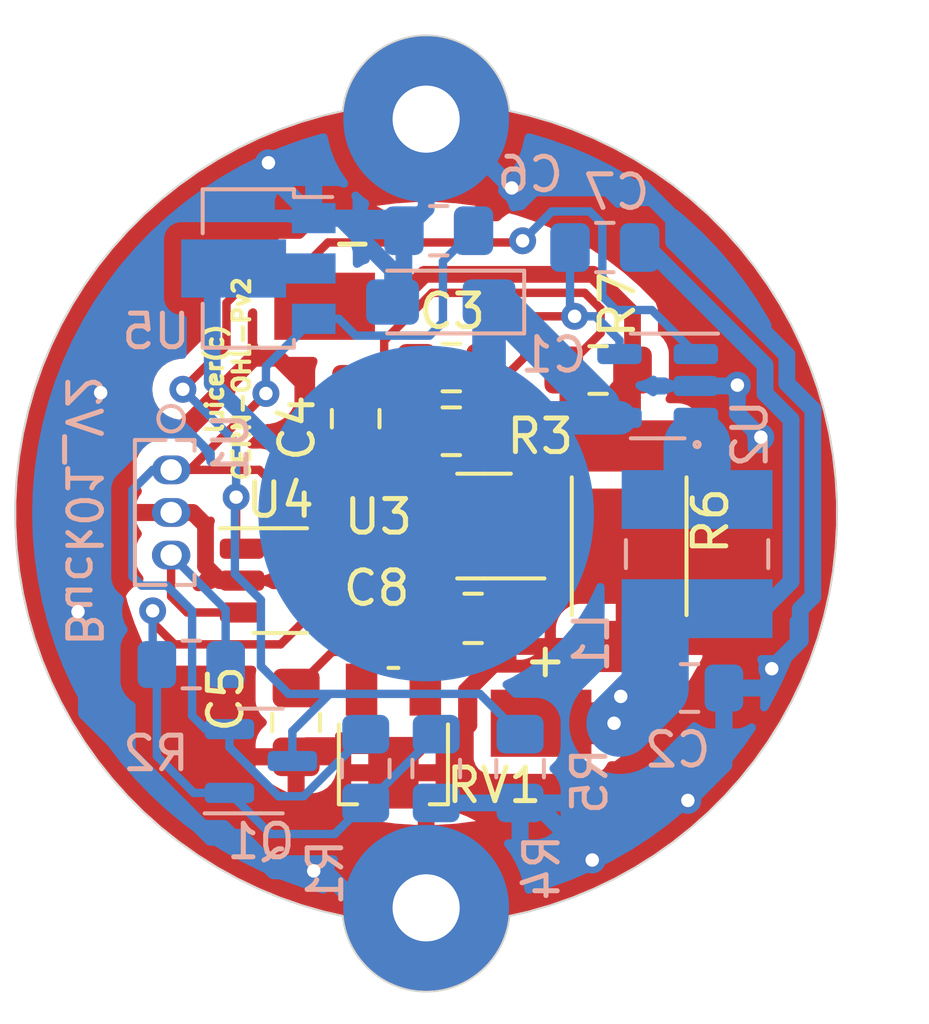
<source format=kicad_pcb>
(kicad_pcb (version 20211014) (generator pcbnew)
  (layers (0 "F.Cu" signal) (31 "B.Cu" signal) (34 "B.Paste" user) (35 "F.Paste" user) (36 "B.SilkS" user "B.Silkscreen") (37 "F.SilkS" user "F.Silkscreen") (38 "B.Mask" user) (39 "F.Mask" user) (44 "Edge.Cuts" user))
  (net 0 "")
  (net 1 "GND")
  (net 2 "+BATT")
  (net 3 "Net-(C3-Pad2)")
  (net 4 "Net-(C3-Pad1)")
  (net 5 "Net-(Q1-Pad1)")
  (net 6 "+3V0")
  (net 7 "Net-(L1-Pad1)")
  (net 8 "/EN")
  (net 9 "Net-(R2-Pad2)")
  (net 11 "Net-(+1-Pad1)")
  (net 12 "Net-(-1-Pad1)")
  (net 13 "Net-(C4-Pad1)")
  (footprint "Capacitor_SMD:C_0805_2012Metric_Pad1.15x1.40mm_HandSolder" (layer "F.Cu") (at 150.75 95.65)
    (fp_text reference "C3" (at 0.025 -1.675) (layer "F.SilkS"))
    (fp_text value "1n")
    (fp_line (start -0.261252 -0.71) (end 0.261252 -0.71) (layer "F.SilkS") (width 0.12))
    (fp_line (start -0.261252 0.71) (end 0.261252 0.71) (layer "F.SilkS") (width 0.12))
    (pad "1" smd roundrect locked (at -1.025 0) (size 1.15 1.4) (layers "F.Cu" "F.Paste" "F.Mask") (roundrect_rratio 0.2173913043) (net 4 "Net-(C3-Pad1)"))
    (pad "2" smd roundrect locked (at 1.025 0) (size 1.15 1.4) (layers "F.Cu" "F.Paste" "F.Mask") (roundrect_rratio 0.2173913043) (net 3 "Net-(C3-Pad2)"))
  )
  (footprint "Linterna_MT340L:TC33X-2-103E" (layer "F.Cu") (at 149.025 106.6328 180)
    (fp_text reference "RV1" (at -3 -1.4672) (layer "F.SilkS"))
    (fp_text value "10K" hide)
    (fp_line (start 1.6256 -2.032) (end 1.6256 0.34806) (layer "F.SilkS") (width 0.12))
    (fp_line (start 1.6256 -2.032) (end 1.08204 -2.032) (layer "F.SilkS") (width 0.12))
    (fp_line (start -1.6256 -2.032) (end -1.6256 0.34806) (layer "F.SilkS") (width 0.12))
    (fp_line (start -0.14736 2.032) (end 0.14736 2.032) (layer "F.SilkS") (width 0.12))
    (fp_line (start -1.08204 -2.032) (end -1.6256 -2.032) (layer "F.SilkS") (width 0.12))
    (pad "1" smd rect (at -0.95 1.3843 180) (size 0.9398 1.5494) (layers "F.Cu" "F.Paste" "F.Mask") (net 4 "Net-(C3-Pad1)"))
    (pad "2" smd rect (at 0 -1.0922 180) (size 1.4986 2.1336) (layers "F.Cu" "F.Paste" "F.Mask") (net 1 "GND"))
    (pad "3" smd rect (at 0.95 1.3843 180) (size 0.9398 1.5494) (layers "F.Cu" "F.Paste" "F.Mask"))
  )
  (footprint "Resistor_SMD:R_2512_6332Metric_Pad1.52x3.35mm_HandSolder" (layer "F.Cu") (at 156.05 100.975 -90)
    (fp_text reference "R6" (at -0.75 -2.425 90) (layer "F.SilkS"))
    (fp_text value "0.01")
    (fp_line (start -2.052064 1.71) (end 2.052064 1.71) (layer "F.SilkS") (width 0.12))
    (fp_line (start -2.052064 -1.71) (end 2.052064 -1.71) (layer "F.SilkS") (width 0.12))
    (pad "1" smd roundrect (at -2.9875 0 270) (size 1.525 3.35) (layers "F.Cu" "F.Paste" "F.Mask") (roundrect_rratio 0.1639337705) (net 12 "Net-(-1-Pad1)"))
    (pad "2" smd roundrect (at 2.9875 0 270) (size 1.525 3.35) (layers "F.Cu" "F.Paste" "F.Mask") (roundrect_rratio 0.1639337705) (net 1 "GND"))
  )
  (footprint "Linterna_MT340L:Solder_Pad3_3" (layer "F.Cu") (at 146.975 93.825 90)
    (fp_text reference "-1" hide)
    (fp_text value "-" (at 1.925 0.825) (layer "F.SilkS"))
    (pad "1" smd rect locked (at 0 0 90) (size 2 3) (layers "F.Cu" "F.Paste" "F.Mask") (net 12 "Net-(-1-Pad1)"))
  )
  (footprint "Resistor_SMD:R_0805_2012Metric_Pad1.15x1.40mm_HandSolder" (layer "F.Cu") (at 150.75 97.55)
    (fp_text reference "R3" (at 2.65 0.15) (layer "F.SilkS"))
    (fp_text value "200K")
    (fp_line (start -0.261252 0.71) (end 0.261252 0.71) (layer "F.SilkS") (width 0.12))
    (fp_line (start -0.261252 -0.71) (end 0.261252 -0.71) (layer "F.SilkS") (width 0.12))
    (pad "1" smd roundrect locked (at -1.025 0) (size 1.15 1.4) (layers "F.Cu" "F.Paste" "F.Mask") (roundrect_rratio 0.2173913043) (net 4 "Net-(C3-Pad1)"))
    (pad "2" smd roundrect locked (at 1.025 0) (size 1.15 1.4) (layers "F.Cu" "F.Paste" "F.Mask") (roundrect_rratio 0.2173913043) (net 3 "Net-(C3-Pad2)"))
  )
  (footprint "Resistor_SMD:R_0805_2012Metric_Pad1.15x1.40mm_HandSolder" (layer "F.Cu") (at 155.125 95.725 180)
    (fp_text reference "R7" (at -0.575 1.95 90) (layer "F.SilkS"))
    (fp_text value "0")
    (fp_line (start -0.261252 0.71) (end 0.261252 0.71) (layer "F.SilkS") (width 0.12))
    (fp_line (start -0.261252 -0.71) (end 0.261252 -0.71) (layer "F.SilkS") (width 0.12))
    (pad "1" smd roundrect locked (at -1.025 0 180) (size 1.15 1.4) (layers "F.Cu" "F.Paste" "F.Mask") (roundrect_rratio 0.2173913043) (net 12 "Net-(-1-Pad1)"))
    (pad "2" smd roundrect locked (at 1.025 0 180) (size 1.15 1.4) (layers "F.Cu" "F.Paste" "F.Mask") (roundrect_rratio 0.2173913043) (net 13 "Net-(C4-Pad1)"))
  )
  (footprint "Package_TO_SOT_SMD:SOT-23-5" (layer "F.Cu") (at 151.725 100.375 180)
    (fp_text reference "U3" (at 3.15 0.275) (layer "F.SilkS"))
    (fp_text value "SGM8551XN")
    (fp_line (start 0 1.56) (end -0.8 1.56) (layer "F.SilkS") (width 0.12))
    (fp_line (start 0 -1.56) (end 0.8 -1.56) (layer "F.SilkS") (width 0.12))
    (fp_line (start 0 -1.56) (end -1.8 -1.56) (layer "F.SilkS") (width 0.12))
    (fp_line (start 0 1.56) (end 0.8 1.56) (layer "F.SilkS") (width 0.12))
    (pad "1" smd roundrect (at -1.1375 -0.95 180) (size 1.325 0.6) (layers "F.Cu" "F.Paste" "F.Mask") (net 3 "Net-(C3-Pad2)"))
    (pad "2" smd roundrect (at -1.1375 0 180) (size 1.325 0.6) (layers "F.Cu" "F.Paste" "F.Mask") (net 1 "GND"))
    (pad "3" smd roundrect (at -1.1375 0.95 180) (size 1.325 0.6) (layers "F.Cu" "F.Paste" "F.Mask") (net 13 "Net-(C4-Pad1)"))
    (pad "4" smd roundrect (at 1.1375 0.95 180) (size 1.325 0.6) (layers "F.Cu" "F.Paste" "F.Mask") (net 4 "Net-(C3-Pad1)"))
    (pad "5" smd roundrect (at 1.1375 -0.95 180) (size 1.325 0.6) (layers "F.Cu" "F.Paste" "F.Mask") (net 6 "+3V0"))
  )
  (footprint "Linterna_MT340L:Solder_Pad3_3" (layer "F.Cu") (at 153.425 106.25 90)
    (fp_text reference "+1" hide)
    (fp_text value "+" (at 1.9 0.125 180) (layer "F.SilkS"))
    (pad "1" smd rect locked (at 0 0 90) (size 2 3) (layers "F.Cu" "F.Paste" "F.Mask") (net 11 "Net-(+1-Pad1)"))
  )
  (footprint "Capacitor_SMD:C_0805_2012Metric_Pad1.15x1.40mm_HandSolder" (layer "F.Cu") (at 147.9 97.175 -90)
    (fp_text reference "C4" (at 0.275 1.75 90) (layer "F.SilkS"))
    (fp_text value "nc")
    (fp_line (start -0.261252 0.71) (end 0.261252 0.71) (layer "F.SilkS") (width 0.12))
    (fp_line (start -0.261252 -0.71) (end 0.261252 -0.71) (layer "F.SilkS") (width 0.12))
    (pad "1" smd roundrect locked (at -1.025 0 270) (size 1.15 1.4) (layers "F.Cu" "F.Paste" "F.Mask") (roundrect_rratio 0.2173913043) (net 13 "Net-(C4-Pad1)"))
    (pad "2" smd roundrect locked (at 1.025 0 270) (size 1.15 1.4) (layers "F.Cu" "F.Paste" "F.Mask") (roundrect_rratio 0.2173913043) (net 1 "GND"))
  )
  (footprint "Capacitor_SMD:C_0805_2012Metric_Pad1.15x1.40mm_HandSolder" (layer "F.Cu") (at 146.125 106.225 -90)
    (fp_text reference "C5" (at -0.7 2.1 90) (layer "F.SilkS"))
    (fp_text value "15p")
    (fp_line (start -0.261252 -0.71) (end 0.261252 -0.71) (layer "F.SilkS") (width 0.12))
    (fp_line (start -0.261252 0.71) (end 0.261252 0.71) (layer "F.SilkS") (width 0.12))
    (pad "1" smd roundrect locked (at -1.025 0 270) (size 1.15 1.4) (layers "F.Cu" "F.Paste" "F.Mask") (roundrect_rratio 0.2173913043) (net 4 "Net-(C3-Pad1)"))
    (pad "2" smd roundrect locked (at 1.025 0 270) (size 1.15 1.4) (layers "F.Cu" "F.Paste" "F.Mask") (roundrect_rratio 0.2173913043) (net 1 "GND"))
  )
  (footprint "Package_TO_SOT_SMD:SOT-23-5" (layer "F.Cu") (at 145.65 102)
    (fp_text reference "U4" (at 0 -2.4) (layer "F.SilkS"))
    (fp_text value "SGM8551XN")
    (fp_line (start 0 -1.56) (end 0.8 -1.56) (layer "F.SilkS") (width 0.12))
    (fp_line (start 0 1.56) (end 0.8 1.56) (layer "F.SilkS") (width 0.12))
    (fp_line (start 0 1.56) (end -0.8 1.56) (layer "F.SilkS") (width 0.12))
    (fp_line (start 0 -1.56) (end -1.8 -1.56) (layer "F.SilkS") (width 0.12))
    (pad "1" smd roundrect (at -1.1375 -0.95) (size 1.325 0.6) (layers "F.Cu" "F.Paste" "F.Mask") (net 8 "/EN"))
    (pad "2" smd roundrect (at -1.1375 0) (size 1.325 0.6) (layers "F.Cu" "F.Paste" "F.Mask") (net 1 "GND"))
    (pad "3" smd roundrect (at -1.1375 0.95) (size 1.325 0.6) (layers "F.Cu" "F.Paste" "F.Mask") (net 9 "Net-(R2-Pad2)"))
    (pad "4" smd roundrect (at 1.1375 0.95) (size 1.325 0.6) (layers "F.Cu" "F.Paste" "F.Mask") (net 5 "Net-(Q1-Pad1)"))
    (pad "5" smd roundrect (at 1.1375 -0.95) (size 1.325 0.6) (layers "F.Cu" "F.Paste" "F.Mask") (net 6 "+3V0"))
  )
  (footprint "Linterna_MT340L:Lin_Pad-" (layer "F.Cu") (at 150 100)
    (fp_text reference "J2" hide)
    (fp_text value "BAT-")
    (pad "1" smd circle (at -6.858 8.128) (size 1.524 1.524) (layers "F.Cu" "F.Mask") (net 1 "GND"))
    (pad "1" smd circle (at 6.096 -8.636) (size 1.524 1.524) (layers "F.Cu" "F.Mask") (net 1 "GND"))
    (pad "1" smd circle (at -10.75 0) (size 1.524 1.524) (layers "F.Cu" "F.Mask") (net 1 "GND"))
    (pad "1" smd circle (at -7.366 -7.874) (size 1.524 1.524) (layers "F.Cu" "F.Mask") (net 1 "GND"))
    (pad "1" smd custom (at 0 0) (size 0 0) (layers "F.Cu" "F.Mask") (net 1 "GND") (options (clearance outline) (anchor circle)) (primitives (gr_circle (center 0 0) (end 10.75 0) (width 2.94))))
    (pad "1" smd circle (at 10.75 0) (size 1.524 1.524) (layers "F.Cu" "F.Mask") (net 1 "GND"))
    (pad "1" thru_hole circle (at 0 -11.75) (size 4.94 4.94) (drill 2) (layers *.Cu *.Mask) (net 1 "GND"))
    (pad "1" smd circle (at 7.62 7.366) (size 1.524 1.524) (layers "F.Cu" "F.Mask") (net 1 "GND"))
    (pad "1" thru_hole circle (at 0 11.75) (size 4.94 4.94) (drill 2) (layers *.Cu *.Mask) (net 1 "GND"))
  )
  (footprint "Capacitor_SMD:C_0805_2012Metric_Pad1.18x1.45mm_HandSolder" (layer "F.Cu") (at 151.4 103.125 180)
    (fp_text reference "C8" (at 2.875 0.9) (layer "F.SilkS"))
    (fp_text value "100n")
    (fp_line (start -0.261252 -0.735) (end 0.261252 -0.735) (layer "F.SilkS") (width 0.12))
    (fp_line (start -0.261252 0.735) (end 0.261252 0.735) (layer "F.SilkS") (width 0.12))
    (pad "1" smd roundrect (at -1.0375 0 180) (size 1.175 1.45) (layers "F.Cu" "F.Paste" "F.Mask") (roundrect_rratio 0.2127659574) (net 1 "GND"))
    (pad "2" smd roundrect (at 1.0375 0 180) (size 1.175 1.45) (layers "F.Cu" "F.Paste" "F.Mask") (roundrect_rratio 0.2127659574) (net 6 "+3V0"))
  )
  (footprint "Capacitor_Tantalum_SMD:CP_EIA-3216-18_Kemet-A_Pad1.58x1.35mm_HandSolder" (layer "B.Cu") (at 150.4375 93.7 180)
    (fp_text reference "C1" (at -3.3625 -1.575) (layer "B.SilkS") (effects (justify mirror)))
    (fp_text value "10u")
    (fp_line (start 1.6 0.935) (end -2.485 0.935) (layer "B.SilkS") (width 0.12))
    (fp_line (start -2.485 -0.935) (end 1.6 -0.935) (layer "B.SilkS") (width 0.12))
    (fp_line (start -2.485 0.935) (end -2.485 -0.935) (layer "B.SilkS") (width 0.12))
    (pad "1" smd roundrect (at -1.4375 0 180) (size 1.575 1.35) (layers "B.Cu" "B.Paste" "B.Mask") (roundrect_rratio 0.1851851852) (net 2 "+BATT"))
    (pad "2" smd roundrect (at 1.4375 0 180) (size 1.575 1.35) (layers "B.Cu" "B.Paste" "B.Mask") (roundrect_rratio 0.1851851852) (net 1 "GND"))
  )
  (footprint "Package_TO_SOT_SMD:TSOT-23-5" (layer "B.Cu") (at 156.9 96.2 180)
    (fp_text reference "U2" (at -2.75 -1.425 90) (layer "B.SilkS") (effects (justify mirror)))
    (fp_text value "MT3410L" hide)
    (fp_line (start 0 -1.56) (end 0.8 -1.56) (layer "B.SilkS") (width 0.12))
    (fp_line (start 0 -1.56) (end -0.8 -1.56) (layer "B.SilkS") (width 0.12))
    (fp_line (start 0 1.56) (end -1.8 1.56) (layer "B.SilkS") (width 0.12))
    (fp_line (start 0 1.56) (end 0.8 1.56) (layer "B.SilkS") (width 0.12))
    (pad "1" smd roundrect (at -1.1375 0.95 180) (size 1.325 0.6) (layers "B.Cu" "B.Paste" "B.Mask") (net 8 "/EN"))
    (pad "2" smd roundrect (at -1.1375 0 180) (size 1.325 0.6) (layers "B.Cu" "B.Paste" "B.Mask") (net 1 "GND"))
    (pad "3" smd roundrect (at -1.1375 -0.95 180) (size 1.325 0.6) (layers "B.Cu" "B.Paste" "B.Mask") (net 7 "Net-(L1-Pad1)"))
    (pad "4" smd roundrect (at 1.1375 -0.95 180) (size 1.325 0.6) (layers "B.Cu" "B.Paste" "B.Mask") (net 2 "+BATT"))
    (pad "5" smd roundrect (at 1.1375 0.95 180) (size 1.325 0.6) (layers "B.Cu" "B.Paste" "B.Mask") (net 3 "Net-(C3-Pad2)"))
  )
  (footprint "Resistor_SMD:R_0805_2012Metric_Pad1.15x1.40mm_HandSolder" (layer "B.Cu") (at 148.2 107.6 -90)
    (fp_text reference "R1" (at 3.1 1.2 90) (layer "B.SilkS") (effects (justify mirror)))
    (fp_text value "82k")
    (fp_line (start -0.261252 -0.71) (end 0.261252 -0.71) (layer "B.SilkS") (width 0.12))
    (fp_line (start -0.261252 0.71) (end 0.261252 0.71) (layer "B.SilkS") (width 0.12))
    (pad "1" smd roundrect (at -1.025 0 270) (size 1.15 1.4) (layers "B.Cu" "B.Paste" "B.Mask") (roundrect_rratio 0.2173913043) (net 6 "+3V0"))
    (pad "2" smd roundrect (at 1.025 0 270) (size 1.15 1.4) (layers "B.Cu" "B.Paste" "B.Mask") (roundrect_rratio 0.2173913043) (net 5 "Net-(Q1-Pad1)"))
  )
  (footprint "Resistor_SMD:R_0805_2012Metric_Pad1.15x1.40mm_HandSolder" (layer "B.Cu") (at 143 104.5)
    (fp_text reference "R2" (at -1.05 2.65) (layer "B.SilkS") (effects (justify mirror)))
    (fp_text value "NC")
    (fp_line (start -0.261252 -0.71) (end 0.261252 -0.71) (layer "B.SilkS") (width 0.12))
    (fp_line (start -0.261252 0.71) (end 0.261252 0.71) (layer "B.SilkS") (width 0.12))
    (pad "1" smd roundrect locked (at -1.025 0) (size 1.15 1.4) (layers "B.Cu" "B.Paste" "B.Mask") (roundrect_rratio 0.2173913043) (net 5 "Net-(Q1-Pad1)"))
    (pad "2" smd roundrect locked (at 1.025 0) (size 1.15 1.4) (layers "B.Cu" "B.Paste" "B.Mask") (roundrect_rratio 0.2173913043) (net 9 "Net-(R2-Pad2)"))
  )
  (footprint "Linterna_MT340L:Lin_Pad+" (layer "B.Cu") (at 150 100)
    (fp_text reference "J1" hide)
    (fp_text value "BAT +" hide)
    (pad "1" smd circle (at 0 0) (size 10 10) (layers "B.Cu" "B.Paste" "B.Mask") (net 2 "+BATT"))
  )
  (footprint "Resistor_SMD:R_0805_2012Metric_Pad1.15x1.40mm_HandSolder" (layer "B.Cu") (at 150.3 107.6 -90)
    (fp_text reference "R4" (at 2.95 -3.15 90) (layer "B.SilkS") (effects (justify mirror)))
    (fp_text value "120k")
    (fp_line (start -0.261252 0.71) (end 0.261252 0.71) (layer "B.SilkS") (width 0.12))
    (fp_line (start -0.261252 -0.71) (end 0.261252 -0.71) (layer "B.SilkS") (width 0.12))
    (pad "1" smd roundrect locked (at -1.025 0 270) (size 1.15 1.4) (layers "B.Cu" "B.Paste" "B.Mask") (roundrect_rratio 0.2173913043) (net 5 "Net-(Q1-Pad1)"))
    (pad "2" smd roundrect locked (at 1.025 0 270) (size 1.15 1.4) (layers "B.Cu" "B.Paste" "B.Mask") (roundrect_rratio 0.2173913043) (net 1 "GND"))
  )
  (footprint "Resistor_SMD:R_0805_2012Metric_Pad1.15x1.40mm_HandSolder" (layer "B.Cu") (at 152.8 107.6 -90)
    (fp_text reference "R5" (at 0.375 -2.075 90) (layer "B.SilkS") (effects (justify mirror)))
    (fp_text value "10k")
    (fp_line (start -0.261252 -0.71) (end 0.261252 -0.71) (layer "B.SilkS") (width 0.12))
    (fp_line (start -0.261252 0.71) (end 0.261252 0.71) (layer "B.SilkS") (width 0.12))
    (pad "1" smd roundrect locked (at -1.025 0 270) (size 1.15 1.4) (layers "B.Cu" "B.Paste" "B.Mask") (roundrect_rratio 0.2173913043) (net 8 "/EN"))
    (pad "2" smd roundrect locked (at 1.025 0 270) (size 1.15 1.4) (layers "B.Cu" "B.Paste" "B.Mask") (roundrect_rratio 0.2173913043) (net 1 "GND"))
  )
  (footprint "Capacitor_SMD:C_0805_2012Metric_Pad1.15x1.40mm_HandSolder" (layer "B.Cu") (at 157.85 105.2)
    (fp_text reference "C2" (at -0.3556 1.8415) (layer "B.SilkS") (effects (justify mirror)))
    (fp_text value "1u")
    (fp_line (start -0.261252 -0.71) (end 0.261252 -0.71) (layer "B.SilkS") (width 0.12))
    (fp_line (start -0.261252 0.71) (end 0.261252 0.71) (layer "B.SilkS") (width 0.12))
    (pad "1" smd roundrect locked (at -1.025 0) (size 1.15 1.4) (layers "B.Cu" "B.Paste" "B.Mask") (roundrect_rratio 0.2173913043) (net 11 "Net-(+1-Pad1)"))
    (pad "2" smd roundrect locked (at 1.025 0) (size 1.15 1.4) (layers "B.Cu" "B.Paste" "B.Mask") (roundrect_rratio 0.2173913043) (net 1 "GND"))
  )
  (footprint "Linterna_MT340L:SS49E" (layer "B.Cu") (at 142.4 98.7 -90)
    (fp_text reference "U1" (at -0.7 -1.775 90) (layer "B.SilkS") (effects (justify mirror)))
    (fp_text value "SS49E" hide)
    (fp_line (start 3.114237 -0.6985) (end 3.429 -0.6985) (layer "B.SilkS") (width 0.12))
    (fp_line (start -0.889 -0.165315) (end -0.889 -0.6985) (layer "B.SilkS") (width 0.12))
    (fp_line (start -0.889 1.0795) (end -0.889 0.165315) (layer "B.SilkS") (width 0.12))
    (fp_line (start -0.889 -0.6985) (end -0.574237 -0.6985) (layer "B.SilkS") (width 0.12))
    (fp_line (start 3.429 -0.6985) (end 3.429 -0.165315) (layer "B.SilkS") (width 0.12))
    (fp_line (start 3.429 0.165315) (end 3.429 1.0795) (layer "B.SilkS") (width 0.12))
    (fp_line (start 3.429 1.0795) (end -0.889 1.0795) (layer "B.SilkS") (width 0.12))
    (fp_circle (center -1.524 0) (end -1.143 0) (layer "B.SilkS") (width 0.12) (fill none))
    (pad "1" thru_hole oval (at 0 0 270) (size 0.85725 1.143) (drill 0.635) (layers *.Cu *.Mask) (net 6 "+3V0"))
    (pad "2" thru_hole oval (at 1.27 0 270) (size 0.85725 1.143) (drill 0.635) (layers *.Cu *.Mask) (net 1 "GND"))
    (pad "3" thru_hole oval (at 2.54 0 270) (size 0.85725 1.143) (drill 0.635) (layers *.Cu *.Mask) (net 9 "Net-(R2-Pad2)"))
  )
  (footprint "Package_TO_SOT_SMD:SOT-23" (layer "B.Cu") (at 145.075 107.375)
    (fp_text reference "Q1" (at 0 2.4) (layer "B.SilkS") (effects (justify mirror)))
    (fp_text value "MMBT3906")
    (fp_line (start 0 -1.56) (end -0.65 -1.56) (layer "B.SilkS") (width 0.12))
    (fp_line (start 0 -1.56) (end 0.65 -1.56) (layer "B.SilkS") (width 0.12))
    (fp_line (start 0 1.56) (end 0.65 1.56) (layer "B.SilkS") (width 0.12))
    (fp_line (start 0 1.56) (end -1.675 1.56) (layer "B.SilkS") (width 0.12))
    (pad "1" smd roundrect (at -0.9375 0.95) (size 1.475 0.6) (layers "B.Cu" "B.Paste" "B.Mask") (net 5 "Net-(Q1-Pad1)"))
    (pad "2" smd roundrect (at -0.9375 -0.95) (size 1.475 0.6) (layers "B.Cu" "B.Paste" "B.Mask") (net 6 "+3V0"))
    (pad "3" smd roundrect (at 0.9375 0) (size 1.475 0.6) (layers "B.Cu" "B.Paste" "B.Mask") (net 8 "/EN"))
  )
  (footprint "Capacitor_SMD:C_0805_2012Metric_Pad1.18x1.45mm_HandSolder" (layer "B.Cu") (at 155.325 92.075 180)
    (fp_text reference "C7" (at -0.35 1.65) (layer "B.SilkS") (effects (justify mirror)))
    (fp_text value "nc")
    (fp_line (start -0.261252 0.735) (end 0.261252 0.735) (layer "B.SilkS") (width 0.12))
    (fp_line (start -0.261252 -0.735) (end 0.261252 -0.735) (layer "B.SilkS") (width 0.12))
    (pad "1" smd roundrect (at -1.0375 0 180) (size 1.175 1.45) (layers "B.Cu" "B.Paste" "B.Mask") (roundrect_rratio 0.2127659574) (net 11 "Net-(+1-Pad1)"))
    (pad "2" smd roundrect (at 1.0375 0 180) (size 1.175 1.45) (layers "B.Cu" "B.Paste" "B.Mask") (roundrect_rratio 0.2127659574) (net 3 "Net-(C3-Pad2)"))
  )
  (footprint "Linterna_MT340L:CD43NP-100MC" (layer "B.Cu") (at 158.075 101.2096 -90)
    (fp_text reference "L1" (at 2.6404 3.15 90) (layer "B.SilkS") (effects (justify mirror)))
    (fp_text value "2.2u" hide)
    (fp_line (start -0.41656 -2.1209) (end 0.41656 -2.1209) (layer "B.SilkS") (width 0.12))
    (fp_line (start 0.41656 2.1209) (end -0.41656 2.1209) (layer "B.SilkS") (width 0.12))
    (fp_circle (center -3.2639 0) (end -3.1877 0) (layer "B.SilkS") (width 0.12) (fill none))
    (pad "1" smd rect locked (at -1.6256 0 270) (size 1.7526 4.4958) (layers "B.Cu" "B.Paste" "B.Mask") (net 7 "Net-(L1-Pad1)"))
    (pad "2" smd rect locked (at 1.6256 0 270) (size 1.7526 4.4958) (layers "B.Cu" "B.Paste" "B.Mask") (net 11 "Net-(+1-Pad1)"))
  )
  (footprint "Package_TO_SOT_SMD:SOT-89-3" (layer "B.Cu") (at 145 92.7 180)
    (fp_text reference "U5" (at 3.05 -1.875) (layer "B.SilkS") (effects (justify mirror)))
    (fp_text value "HT7130")
    (fp_line (start -1.06 2.36) (end -1.06 2.13) (layer "B.SilkS") (width 0.12))
    (fp_line (start -2.2 2.13) (end -1.06 2.13) (layer "B.SilkS") (width 0.12))
    (fp_line (start -1.06 -2.36) (end -1.06 -2.13) (layer "B.SilkS") (width 0.12))
    (fp_line (start 1.66 -1.05) (end 1.66 -2.36) (layer "B.SilkS") (width 0.12))
    (fp_line (start 1.66 2.36) (end 1.66 1.05) (layer "B.SilkS") (width 0.12))
    (fp_line (start 1.66 -2.36) (end -1.06 -2.36) (layer "B.SilkS") (width 0.12))
    (fp_line (start -1.06 2.36) (end 1.66 2.36) (layer "B.SilkS") (width 0.12))
    (pad "1" smd rect (at -1.65 1.5 180) (size 1.3 0.9) (layers "B.Cu" "B.Paste" "B.Mask") (net 1 "GND"))
    (pad "2" smd custom (at -1.5625 0 180) (size 1.475 0.9) (layers "B.Cu" "B.Paste" "B.Mask") (net 2 "+BATT") (options (clearance outline) (anchor rect)) (primitives (gr_poly (pts (xy 3.8625 0.8665) (xy 0.7375 0.8665) (xy 0.7375 -0.8665) (xy 3.8625 -0.8665)) (width 0) (fill yes))))
    (pad "3" smd rect (at -1.65 -1.5 180) (size 1.3 0.9) (layers "B.Cu" "B.Paste" "B.Mask") (net 6 "+3V0"))
  )
  (footprint "Capacitor_SMD:C_0805_2012Metric_Pad1.18x1.45mm_HandSolder" (layer "B.Cu") (at 150.375 91.575 180)
    (fp_text reference "C6" (at -2.725 1.675) (layer "B.SilkS") (effects (justify mirror)))
    (fp_text value "10u")
    (fp_line (start -0.261252 -0.735) (end 0.261252 -0.735) (layer "B.SilkS") (width 0.12))
    (fp_line (start -0.261252 0.735) (end 0.261252 0.735) (layer "B.SilkS") (width 0.12))
    (pad "1" smd roundrect (at -1.0375 0 180) (size 1.175 1.45) (layers "B.Cu" "B.Paste" "B.Mask") (roundrect_rratio 0.2127659574) (net 6 "+3V0"))
    (pad "2" smd roundrect (at 1.0375 0 180) (size 1.175 1.45) (layers "B.Cu" "B.Paste" "B.Mask") (roundrect_rratio 0.2127659574) (net 1 "GND"))
  )
  (gr_arc (start 147.51305 111.994898) (mid 137.75 100) (end 147.51305 88.005102) (layer "Edge.Cuts") (width 0.05))
  (gr_arc (start 147.513051 88.005102) (mid 150 85.751022) (end 152.486949 88.005102) (layer "Edge.Cuts") (width 0.05))
  (gr_arc (start 152.48695 111.994898) (mid 150 114.248979) (end 147.51305 111.994898) (layer "Edge.Cuts") (width 0.05))
  (gr_arc (start 152.486951 88.005102) (mid 162.25 100) (end 152.486951 111.994898) (layer "Edge.Cuts") (width 0.05))
  (gr_text "Buck01_V2" (at 139.775 99.925 -90) (layer "B.SilkS") (effects (font (size 1 1)) (justify mirror)))
  (gr_text "luicer(c) \nCERN-OHL-Pv2 " (at 144.1 95.8 90) (layer "F.SilkS") (effects (font (size 0.5 0.5) (thickness 0.125))))
  (segment (start 139.25 99.4) (end 139.25 100) (width 0.5) (layer "F.Cu") (net 1))
  (segment (start 144.02 107.25) (end 143.142 108.128) (width 0.5) (layer "F.Cu") (net 1))
  (segment (start 143.045 99.97) (end 143.425 100.35) (width 0.5) (layer "F.Cu") (net 1))
  (segment (start 149.025 107.725) (end 149.95 106.8) (width 0.5) (layer "F.Cu") (net 1))
  (segment (start 142.725 97.5) (end 141.15 97.5) (width 0.5) (layer "F.Cu") (net 1))
  (segment (start 146.125 107.25) (end 144.02 107.25) (width 0.5) (layer "F.Cu") (net 1))
  (segment (start 154.65 100.375) (end 155.9 101.625) (width 0.5) (layer "F.Cu") (net 1))
  (segment (start 151.275 106.3) (end 151.275 105.225) (width 0.5) (layer "F.Cu") (net 1))
  (segment (start 146.4578 106.9172) (end 149.025 106.9172) (width 0.5) (layer "F.Cu") (net 1))
  (segment (start 152.4375 103.7625) (end 152.6375 103.9625) (width 0.5) (layer "F.Cu") (net 1))
  (segment (start 143.425 101.575) (end 143.85 102) (width 0.5) (layer "F.Cu") (net 1))
  (segment (start 147.9 98.2) (end 147.05 98.2) (width 0.5) (layer "F.Cu") (net 1))
  (segment (start 156.15 103.9625) (end 152.6375 103.9625) (width 0.5) (layer "F.Cu") (net 1))
  (segment (start 146.325 96.1) (end 145.6 95.375) (width 0.5) (layer "F.Cu") (net 1))
  (segment (start 150.775 106.8) (end 151.275 106.3) (width 0.5) (layer "F.Cu") (net 1))
  (segment (start 146.125 107.25) (end 146.4578 106.9172) (width 0.5) (layer "F.Cu") (net 1))
  (segment (start 146.325 97.475) (end 146.325 96.1) (width 0.5) (layer "F.Cu") (net 1))
  (segment (start 149.6828 106.9172) (end 149.025 106.9172) (width 0.5) (layer "F.Cu") (net 1))
  (segment (start 156.05 103.9625) (end 157.62 105.5325) (width 0.5) (layer "F.Cu") (net 1))
  (segment (start 155.9 101.625) (end 155.9 103.9875) (width 0.5) (layer "F.Cu") (net 1))
  (segment (start 150 108.7) (end 150 112.25) (width 0.5) (layer "F.Cu") (net 1))
  (segment (start 142.4 99.97) (end 139.28 99.97) (width 0.5) (layer "F.Cu") (net 1))
  (segment (start 157.62 105.5325) (end 157.62 107.366) (width 0.5) (layer "F.Cu") (net 1))
  (segment (start 152.5375 103.9625) (end 152.6375 103.9625) (width 0.5) (layer "F.Cu") (net 1))
  (segment (start 143.85 102) (end 144.5125 102) (width 0.5) (layer "F.Cu") (net 1))
  (segment (start 144.85 95.375) (end 142.725 97.5) (width 0.5) (layer "F.Cu") (net 1))
  (segment (start 152.4375 103.125) (end 152.4375 103.7625) (width 0.5) (layer "F.Cu") (net 1))
  (segment (start 142.4 99.97) (end 143.045 99.97) (width 0.5) (layer "F.Cu") (net 1))
  (segment (start 143.425 100.35) (end 143.425 101.575) (width 0.5) (layer "F.Cu") (net 1))
  (segment (start 147.05 98.2) (end 146.325 97.475) (width 0.5) (layer "F.Cu") (net 1))
  (segment (start 149.025 107.725) (end 150 108.7) (width 0.5) (layer "F.Cu") (net 1))
  (segment (start 149.95 106.8) (end 150.775 106.8) (width 0.5) (layer "F.Cu") (net 1))
  (segment (start 151.275 105.225) (end 152.5375 103.9625) (width 0.5) (layer "F.Cu") (net 1))
  (segment (start 145.6 95.375) (end 144.85 95.375) (width 0.5) (layer "F.Cu") (net 1))
  (segment (start 139.28 99.97) (end 139.25 100) (width 0.5) (layer "F.Cu") (net 1))
  (segment (start 152.8625 100.375) (end 154.65 100.375) (width 0.5) (layer "F.Cu") (net 1))
  (segment (start 141.15 97.5) (end 139.25 99.4) (width 0.5) (layer "F.Cu") (net 1))
  (via (at 159.975 97.725) (size 0.8) (drill 0.4) (layers "F.Cu" "B.Cu") (net 1))
  (via (at 152.55 90.3) (size 0.8) (drill 0.4) (layers "F.Cu" "B.Cu") (net 1))
  (via (at 159.275 96.175) (size 0.8) (drill 0.4) (layers "F.Cu" "B.Cu") (net 1))
  (via (at 140.3 96.4) (size 0.8) (drill 0.4) (layers "F.Cu" "B.Cu") (net 1))
  (via (at 160.3 104.625) (size 0.8) (drill 0.4) (layers "F.Cu" "B.Cu") (net 1))
  (via (at 139.625 102.925) (size 0.8) (drill 0.4) (layers "F.Cu" "B.Cu") (net 1))
  (via (at 157.8 108.55) (size 0.8) (drill 0.4) (layers "F.Cu" "B.Cu") (net 1))
  (via (at 145.3 89.55) (size 0.8) (drill 0.4) (layers "F.Cu" "B.Cu") (net 1))
  (via (at 154.95 110.325) (size 0.8) (drill 0.4) (layers "F.Cu" "B.Cu") (net 1))
  (via (at 146.65 110.65) (size 0.8) (drill 0.4) (layers "F.Cu" "B.Cu") (net 1))
  (segment (start 146.975 110.65) (end 146.65 110.65) (width 0.5) (layer "B.Cu") (net 1))
  (segment (start 158.875 105.2) (end 158.875 107.475) (width 0.5) (layer "B.Cu") (net 1))
  (segment (start 152.55 90.3) (end 150 87.75) (width 0.5) (layer "B.Cu") (net 1))
  (segment (start 161.15 102.85) (end 161.525 102.475) (width 0.5) (layer "B.Cu") (net 1))
  (segment (start 146.65 91.2) (end 147.45 91.2) (width 0.5) (layer "B.Cu") (net 1))
  (segment (start 147.45 91.2) (end 149 92.75) (width 0.5) (layer "B.Cu") (net 1))
  (segment (start 158.875 107.475) (end 157.8 108.55) (width 0.5) (layer "B.Cu") (net 1))
  (segment (start 148.575 112.25) (end 146.975 110.65) (width 0.5) (layer "B.Cu") (net 1))
  (segment (start 159.275 96.175) (end 159.275 97.025) (width 0.5) (layer "B.Cu") (net 1))
  (segment (start 160.3 104.625) (end 161.15 103.775) (width 0.5) (layer "B.Cu") (net 1))
  (segment (start 139.875 103.175) (end 139.625 102.925) (width 0.5) (layer "B.Cu") (net 1))
  (segment (start 152.8 108.625) (end 153.25 108.625) (width 0.5) (layer "B.Cu") (net 1))
  (segment (start 143.6 109.65) (end 139.875 105.925) (width 0.5) (layer "B.Cu") (net 1))
  (segment (start 149.3375 93.3625) (end 149 93.7) (width 0.5) (layer "B.Cu") (net 1))
  (segment (start 156.45 90.3) (end 152.55 90.3) (width 0.5) (layer "B.Cu") (net 1))
  (segment (start 145.3 89.85) (end 145.3 89.55) (width 0.5) (layer "B.Cu") (net 1))
  (segment (start 159.25 96.2) (end 158.0375 96.2) (width 0.5) (layer "B.Cu") (net 1))
  (segment (start 139.875 105.925) (end 139.875 103.175) (width 0.5) (layer "B.Cu") (net 1))
  (segment (start 150.3 108.625) (end 152.8 108.625) (width 0.5) (layer "B.Cu") (net 1))
  (segment (start 144.475 109.65) (end 143.6 109.65) (width 0.5) (layer "B.Cu") (net 1))
  (segment (start 161.525 96.9) (end 160.75 96.125) (width 0.5) (layer "B.Cu") (net 1))
  (segment (start 157.375 91.225) (end 156.45 90.3) (width 0.5) (layer "B.Cu") (net 1))
  (segment (start 157.375 91.9) (end 157.375 91.225) (width 0.5) (layer "B.Cu") (net 1))
  (segment (start 146.65 110.65) (end 145.475 110.65) (width 0.5) (layer "B.Cu") (net 1))
  (segment (start 149.3375 91.575) (end 150 90.9125) (width 0.5) (layer "B.Cu") (net 1))
  (segment (start 149 92.75) (end 149 93.7) (width 0.5) (layer "B.Cu") (net 1))
  (segment (start 160.75 95.275) (end 157.375 91.9) (width 0.5) (layer "B.Cu") (net 1))
  (segment (start 159.275 97.025) (end 159.975 97.725) (width 0.5) (layer "B.Cu") (net 1))
  (segment (start 149.3375 91.575) (end 149.3375 93.3625) (width 0.5) (layer "B.Cu") (net 1))
  (segment (start 145.475 110.65) (end 144.475 109.65) (width 0.5) (layer "B.Cu") (net 1))
  (segment (start 159.275 96.175) (end 159.25 96.2) (width 0.5) (layer "B.Cu") (net 1))
  (segment (start 150 112.25) (end 148.575 112.25) (width 0.5) (layer "B.Cu") (net 1))
  (segment (start 160.75 96.125) (end 160.75 95.275) (width 0.5) (layer "B.Cu") (net 1))
  (segment (start 146.65 91.2) (end 148.9625 91.2) (width 0.5) (layer "B.Cu") (net 1))
  (segment (start 153.25 108.625) (end 154.95 110.325) (width 0.5) (layer "B.Cu") (net 1))
  (segment (start 146.65 91.2) (end 145.3 89.85) (width 0.5) (layer "B.Cu") (net 1))
  (segment locked (start 150 90.9125) (end 150 87.75) (width 0.5) (layer "B.Cu") (net 1))
  (segment (start 161.15 103.775) (end 161.15 102.85) (width 0.5) (layer "B.Cu") (net 1))
  (segment (start 148.9625 91.2) (end 149.3375 91.575) (width 0.5) (layer "B.Cu") (net 1))
  (segment (start 161.525 102.475) (end 161.525 96.9) (width 0.5) (layer "B.Cu") (net 1))
  (segment (start 155.7625 97.15) (end 155.55 97.15) (width 0.5) (layer "B.Cu") (net 2))
  (segment (start 151.875 98.125) (end 150 100) (width 0.5) (layer "B.Cu") (net 2))
  (segment (start 152.1 93.7) (end 155.175 96.775) (width 1.2) (layer "B.Cu") (net 2))
  (segment (start 152.85 97.15) (end 150 100) (width 0.5) (layer "B.Cu") (net 2))
  (segment (start 151.875 93.7) (end 151.875 98.125) (width 1) (layer "B.Cu") (net 2))
  (segment (start 143.625 92.7) (end 143.625 96.125) (width 0.5) (layer "B.Cu") (net 2))
  (segment (start 155.7625 97.15) (end 152.85 97.15) (width 1) (layer "B.Cu") (net 2))
  (segment (start 155.325 97.15) (end 155.7625 97.15) (width 0.5) (layer "B.Cu") (net 2))
  (segment (start 147.5 100) (end 150 100) (width 0.5) (layer "B.Cu") (net 2))
  (segment (start 143.625 96.125) (end 147.5 100) (width 0.5) (layer "B.Cu") (net 2))
  (segment (start 146.5625 92.7) (end 143.625 92.7) (width 0.5) (layer "B.Cu") (net 2))
  (segment (start 155.55 97.15) (end 155.175 96.775) (width 0.5) (layer "B.Cu") (net 2))
  (segment (start 151.875 93.7) (end 152.1 93.7) (width 0.5) (layer "B.Cu") (net 2))
  (segment (start 152.375 101.325) (end 151.925 100.875) (width 0.25) (layer "F.Cu") (net 3))
  (segment (start 151.775 95.825) (end 152.45 95.825) (width 0.25) (layer "F.Cu") (net 3))
  (segment (start 152.925 94.45) (end 152.925 95.35) (width 0.25) (layer "F.Cu") (net 3))
  (segment (start 154.425 94.125) (end 153.25 94.125) (width 0.25) (layer "F.Cu") (net 3))
  (segment (start 151.925 97.7) (end 151.775 97.55) (width 0.25) (layer "F.Cu") (net 3))
  (segment (start 153.25 94.125) (end 152.925 94.45) (width 0.25) (layer "F.Cu") (net 3))
  (segment (start 151.925 100.875) (end 151.925 97.7) (width 0.25) (layer "F.Cu") (net 3))
  (segment (start 152.45 95.825) (end 152.925 95.35) (width 0.25) (layer "F.Cu") (net 3))
  (segment (start 152.8625 101.325) (end 152.375 101.325) (width 0.25) (layer "F.Cu") (net 3))
  (segment (start 151.775 97.55) (end 151.775 95.65) (width 0.25) (layer "F.Cu") (net 3))
  (via (at 154.425 94.125) (size 0.8) (drill 0.4) (layers "F.Cu" "B.Cu") (net 3))
  (segment (start 154.2875 92.075) (end 154.2875 93.9875) (width 0.25) (layer "B.Cu") (net 3))
  (segment (start 154.2875 93.9875) (end 154.425 94.125) (width 0.25) (layer "B.Cu") (net 3))
  (segment (start 155.05 94.125) (end 155.7625 94.8375) (width 0.25) (layer "B.Cu") (net 3))
  (segment (start 155.05 94.125) (end 154.425 94.125) (width 0.25) (layer "B.Cu") (net 3))
  (segment (start 155.7625 94.8375) (end 155.7625 95.25) (width 0.25) (layer "B.Cu") (net 3))
  (segment (start 149.725 98.5625) (end 150.5875 99.425) (width 0.25) (layer "F.Cu") (net 4))
  (segment (start 149.725 95.65) (end 149.725 97.55) (width 0.25) (layer "F.Cu") (net 4))
  (segment (start 146.125 105.2) (end 147.2 104.125) (width 0.25) (layer "F.Cu") (net 4))
  (segment (start 151.525 103.6985) (end 151.525 100.275) (width 0.25) (layer "F.Cu") (net 4))
  (segment (start 149.725 97.55) (end 149.725 98.5625) (width 0.25) (layer "F.Cu") (net 4))
  (segment (start 151.525 100.275) (end 150.675 99.425) (width 0.25) (layer "F.Cu") (net 4))
  (segment (start 150.675 99.425) (end 150.5875 99.425) (width 0.25) (layer "F.Cu") (net 4))
  (segment (start 147.2 104.125) (end 151.0985 104.125) (width 0.25) (layer "F.Cu") (net 4))
  (segment (start 151.0985 104.125) (end 151.525 103.6985) (width 0.25) (layer "F.Cu") (net 4))
  (segment (start 151.0985 104.125) (end 149.975 105.2485) (width 0.25) (layer "F.Cu") (net 4))
  (segment (start 141.85 103.25) (end 141.85 102.9) (width 0.25) (layer "F.Cu") (net 5))
  (segment (start 145.6625 103.9) (end 142.5 103.9) (width 0.25) (layer "F.Cu") (net 5))
  (segment (start 142.5 103.9) (end 141.85 103.25) (width 0.25) (layer "F.Cu") (net 5))
  (segment (start 146.6125 102.95) (end 145.6625 103.9) (width 0.25) (layer "F.Cu") (net 5))
  (via (at 141.85 102.9) (size 0.8) (drill 0.4) (layers "F.Cu" "B.Cu") (net 5))
  (segment (start 141.975 107.225) (end 141.975 104.5) (width 0.25) (layer "B.Cu") (net 5))
  (segment (start 141.85 102.9) (end 141.85 104.375) (width 0.25) (layer "B.Cu") (net 5))
  (segment (start 148.25 108.625) (end 148.2 108.625) (width 0.25) (layer "B.Cu") (net 5))
  (segment (start 145.3625 109.55) (end 147.275 109.55) (width 0.25) (layer "B.Cu") (net 5))
  (segment (start 144.1375 108.325) (end 145.3625 109.55) (width 0.25) (layer "B.Cu") (net 5))
  (segment (start 144.1375 108.325) (end 143.075 108.325) (width 0.25) (layer "B.Cu") (net 5))
  (segment (start 143.075 108.325) (end 141.975 107.225) (width 0.25) (layer "B.Cu") (net 5))
  (segment (start 150.3 106.575) (end 148.25 108.625) (width 0.25) (layer "B.Cu") (net 5))
  (segment (start 147.275 109.55) (end 148.2 108.625) (width 0.25) (layer "B.Cu") (net 5))
  (segment (start 141.85 104.375) (end 141.975 104.5) (width 0.25) (layer "B.Cu") (net 5))
  (segment (start 150.5875 101.325) (end 150.5875 102.9) (width 0.25) (layer "F.Cu") (net 6))
  (segment (start 146.8375 100.5125) (end 146.8375 101.05) (width 0.25) (layer "F.Cu") (net 6))
  (segment (start 142.95 98.7) (end 142.4 98.7) (width 0.25) (layer "F.Cu") (net 6))
  (segment (start 145.025 98.7) (end 146.8375 100.5125) (width 0.25) (layer "F.Cu") (net 6))
  (segment (start 146.8875 101.325) (end 146.6125 101.05) (width 0.25) (layer "F.Cu") (net 6))
  (segment (start 145.225 96.425) (end 142.95 98.7) (width 0.25) (layer "F.Cu") (net 6))
  (segment (start 150.5875 102.9) (end 150.3625 103.125) (width 0.25) (layer "F.Cu") (net 6))
  (segment (start 142.4 98.7) (end 145.025 98.7) (width 0.25) (layer "F.Cu") (net 6))
  (segment (start 150.5875 101.325) (end 146.8875 101.325) (width 0.25) (layer "F.Cu") (net 6))
  (via (at 145.225 96.425) (size 0.8) (drill 0.4) (layers "F.Cu" "B.Cu") (net 6))
  (segment (start 147.4 94.2) (end 147.9 94.7) (width 0.25) (layer "B.Cu") (net 6))
  (segment (start 147.9 94.7) (end 150.1 94.7) (width 0.25) (layer "B.Cu") (net 6))
  (segment (start 146.35 108.425) (end 148.2 106.575) (width 0.25) (layer "B.Cu") (net 6))
  (segment (start 144.1375 106.425) (end 143.425 106.425) (width 0.25) (layer "B.Cu") (net 6))
  (segment (start 143.425 106.425) (end 143.025 106.025) (width 0.25) (layer "B.Cu") (net 6))
  (segment (start 142.275 102.15) (end 141.525 102.15) (width 0.25) (layer "B.Cu") (net 6))
  (segment (start 150.1 94.7) (end 150.5 94.3) (width 0.25) (layer "B.Cu") (net 6))
  (segment (start 144.1375 106.425) (end 144.1375 106.9625) (width 0.25) (layer "B.Cu") (net 6))
  (segment (start 141.85 98.7) (end 142.4 98.7) (width 0.25) (layer "B.Cu") (net 6))
  (segment (start 141.25 101.875) (end 141.25 99.3) (width 0.25) (layer "B.Cu") (net 6))
  (segment (start 141.25 99.3) (end 141.85 98.7) (width 0.25) (layer "B.Cu") (net 6))
  (segment (start 143.025 106.025) (end 143.025 102.9) (width 0.25) (layer "B.Cu") (net 6))
  (segment (start 145.6 108.425) (end 146.35 108.425) (width 0.25) (layer "B.Cu") (net 6))
  (segment (start 146.65 94.2) (end 145.225 95.625) (width 0.25) (layer "B.Cu") (net 6))
  (segment (start 143.025 102.9) (end 142.275 102.15) (width 0.25) (layer "B.Cu") (net 6))
  (segment (start 150.5 94.3) (end 150.5 92.4875) (width 0.25) (layer "B.Cu") (net 6))
  (segment (start 144.1375 106.9625) (end 145.6 108.425) (width 0.25) (layer "B.Cu") (net 6))
  (segment (start 145.225 95.625) (end 145.225 96.425) (width 0.25) (layer "B.Cu") (net 6))
  (segment (start 141.525 102.15) (end 141.25 101.875) (width 0.25) (layer "B.Cu") (net 6))
  (segment (start 146.65 94.2) (end 147.4 94.2) (width 0.25) (layer "B.Cu") (net 6))
  (segment (start 150.5 92.4875) (end 151.4125 91.575) (width 0.25) (layer "B.Cu") (net 6))
  (segment (start 158.075 99.584) (end 158.075 98.65) (width 0.5) (layer "B.Cu") (net 7))
  (segment (start 158.0375 97.15) (end 158.0375 97.5625) (width 0.5) (layer "B.Cu") (net 7))
  (segment (start 158.0375 97.5625) (end 158.075 97.6) (width 0.5) (layer "B.Cu") (net 7))
  (segment (start 158.075 98.65) (end 158.075 97.975) (width 2) (layer "B.Cu") (net 7))
  (segment (start 152.825 91.925) (end 152.875 91.875) (width 0.25) (layer "F.Cu") (net 8))
  (segment (start 146.55 92.45) (end 147.075 91.925) (width 0.25) (layer "F.Cu") (net 8))
  (segment (start 144.05 93.725) (end 145.325 92.45) (width 0.25) (layer "F.Cu") (net 8))
  (segment (start 144.3375 101.05) (end 144.3375 99.5125) (width 0.25) (layer "F.Cu") (net 8))
  (segment (start 144.05 95) (end 144.05 93.725) (width 0.25) (layer "F.Cu") (net 8))
  (segment (start 147.075 91.925) (end 152.825 91.925) (width 0.25) (layer "F.Cu") (net 8))
  (segment (start 145.325 92.45) (end 146.55 92.45) (width 0.25) (layer "F.Cu") (net 8))
  (segment (start 142.75 96.3) (end 144.05 95) (width 0.25) (layer "F.Cu") (net 8))
  (via (at 144.3375 99.5125) (size 0.8) (drill 0.4) (layers "F.Cu" "B.Cu") (net 8))
  (via (at 152.875 91.875) (size 0.8) (drill 0.4) (layers "F.Cu" "B.Cu") (net 8))
  (via (at 142.75 96.3) (size 0.8) (drill 0.4) (layers "F.Cu" "B.Cu") (net 8))
  (segment (start 145.075 102.575) (end 144.3 101.8) (width 0.25) (layer "B.Cu") (net 8))
  (segment (start 147.125 105.375) (end 151.6 105.375) (width 0.25) (layer "B.Cu") (net 8))
  (segment (start 158.0375 95.25) (end 156.725 93.9375) (width 0.25) (layer "B.Cu") (net 8))
  (segment (start 155.25 91.375) (end 154.875 91) (width 0.25) (layer "B.Cu") (net 8))
  (segment (start 152.875 91.875) (end 153.75 91) (width 0.25) (layer "B.Cu") (net 8))
  (segment (start 153.75 91) (end 154.875 91) (width 0.25) (layer "B.Cu") (net 8))
  (segment (start 156.725 93.9375) (end 155.6625 93.9375) (width 0.25) (layer "B.Cu") (net 8))
  (segment (start 144.3 101.8) (end 144.3 99.55) (width 0.25) (layer "B.Cu") (net 8))
  (segment (start 147.125 105.375) (end 145.9 105.375) (width 0.25) (layer "B.Cu") (net 8))
  (segment (start 145.075 104.55) (end 145.075 102.575) (width 0.25) (layer "B.Cu") (net 8))
  (segment (start 145.9 105.375) (end 145.075 104.55) (width 0.25) (layer "B.Cu") (net 8))
  (segment (start 155.6625 93.9375) (end 155.25 93.525) (width 0.25) (layer "B.Cu") (net 8))
  (segment (start 146.0125 107.375) (end 146.0125 106.4875) (width 0.25) (layer "B.Cu") (net 8))
  (segment (start 144.3375 99.5125) (end 144.3375 97.8875) (width 0.25) (layer "B.Cu") (net 8))
  (segment (start 155.25 93.525) (end 155.25 91.375) (width 0.25) (layer "B.Cu") (net 8))
  (segment (start 146.0125 106.4875) (end 147.125 105.375) (width 0.25) (layer "B.Cu") (net 8))
  (segment (start 144.3375 97.8875) (end 142.75 96.3) (width 0.25) (layer "B.Cu") (net 8))
  (segment (start 151.6 105.375) (end 152.8 106.575) (width 0.25) (layer "B.Cu") (net 8))
  (segment (start 144.3 99.55) (end 144.3375 99.5125) (width 0.25) (layer "B.Cu") (net 8))
  (segment (start 142.4 102.475) (end 142.875 102.95) (width 0.25) (layer "F.Cu") (net 9))
  (segment (start 142.875 102.95) (end 144.5625 102.95) (width 0.25) (layer "F.Cu") (net 9))
  (segment (start 142.4 101.24) (end 142.4 102.475) (width 0.25) (layer "F.Cu") (net 9))
  (segment (start 144.025 104.5) (end 144.025 102.865) (width 0.25) (layer "B.Cu") (net 9))
  (segment (start 144.025 102.865) (end 142.4 101.24) (width 0.25) (layer "B.Cu") (net 9))
  (segment (start 155.6 106.25) (end 155.775 106.25) (width 0.5) (layer "F.Cu") (net 11))
  (segment (start 156.1 105.75) (end 155.6 106.25) (width 0.5) (layer "F.Cu") (net 11))
  (segment (start 156.1 105.45) (end 156.1 105.75) (width 1) (layer "F.Cu") (net 11))
  (segment (start 155.6 106.25) (end 153.425 106.25) (width 1.25) (layer "F.Cu") (net 11))
  (via (at 155.8 105.45) (size 0.8) (drill 0.4) (layers "F.Cu" "B.Cu") (net 11))
  (via (at 155.6 106.25) (size 0.8) (drill 0.4) (layers "F.Cu" "B.Cu") (net 11))
  (segment (start 160.875 102.025) (end 160.875 97.2) (width 0.5) (layer "B.Cu") (net 11))
  (segment (start 160.1 96.425) (end 160.1 95.575) (width 0.5) (layer "B.Cu") (net 11))
  (segment (start 160.0648 102.8352) (end 160.875 102.025) (width 0.5) (layer "B.Cu") (net 11))
  (segment (start 156.825 103.1) (end 156.825 105.2) (width 2) (layer "B.Cu") (net 11))
  (segment (start 156.3375 105.6875) (end 156.825 105.2) (width 2) (layer "B.Cu") (net 11))
  (segment (start 160.875 97.2) (end 160.1 96.425) (width 0.5) (layer "B.Cu") (net 11))
  (segment (start 160.1 95.575) (end 156.6 92.075) (width 0.5) (layer "B.Cu") (net 11))
  (segment (start 158.075 102.8352) (end 157.0898 102.8352) (width 0.5) (layer "B.Cu") (net 11))
  (segment (start 155.775 106.25) (end 156.3375 105.6875) (width 2) (layer "B.Cu") (net 11))
  (segment (start 155.6 106.25) (end 155.775 106.25) (width 0.5) (layer "B.Cu") (net 11))
  (segment (start 157.0898 102.8352) (end 156.825 103.1) (width 0.5) (layer "B.Cu") (net 11))
  (segment (start 156.6 92.075) (end 156.3625 92.075) (width 0.5) (layer "B.Cu") (net 11))
  (segment (start 149 93.825) (end 146.975 93.825) (width 0.5) (layer "F.Cu") (net 12))
  (segment (start 154.975 92.875) (end 156.15 94.05) (width 0.5) (layer "F.Cu") (net 12))
  (segment (start 155.9 96.45) (end 156.15 96.2) (width 0.5) (layer "F.Cu") (net 12))
  (segment (start 156.15 95.325) (end 156.15 96.2) (width 0.5) (layer "F.Cu") (net 12))
  (segment (start 149 93.825) (end 149.95 92.875) (width 0.5) (layer "F.Cu") (net 12))
  (segment (start 155.9 98.0125) (end 155.9 96.45) (width 1) (layer "F.Cu") (net 12))
  (segment (start 149.95 92.875) (end 154.975 92.875) (width 0.5) (layer "F.Cu") (net 12))
  (segment (start 156.15 94.05) (end 156.15 95.725) (width 0.5) (layer "F.Cu") (net 12))
  (segment (start 148.75 94.85) (end 150.175 93.425) (width 0.25) (layer "F.Cu") (net 13))
  (segment (start 150.175 93.425) (end 154.725 93.425) (width 0.25) (layer "F.Cu") (net 13))
  (segment (start 154.725 93.425) (end 155.2 93.9) (width 0.25) (layer "F.Cu") (net 13))
  (segment (start 154.1 95.725) (end 154.1 98.35) (width 0.25) (layer "F.Cu") (net 13))
  (segment (start 147.9 96.15) (end 148.75 95.3) (width 0.25) (layer "F.Cu") (net 13))
  (segment (start 155.2 94.625) (end 154.1 95.725) (width 0.25) (layer "F.Cu") (net 13))
  (segment (start 155.2 93.9) (end 155.2 94.625) (width 0.25) (layer "F.Cu") (net 13))
  (segment (start 154.1 98.35) (end 152.8875 99.5625) (width 0.25) (layer "F.Cu") (net 13))
  (segment (start 148.75 95.3) (end 148.75 94.85) (width 0.25) (layer "F.Cu") (net 13))
  (zone (net 1) (net_name "GND") (layers F&B.Cu) (connect_pads (clearance 0.508)) (min_thickness 0.254) (fill yes (thermal_gap 0.508) (thermal_bridge_width 0.508))
    (polygon (pts (xy 163.425 84.85) (xy 162.075 111.025) (xy 161.65 115.1) (xy 137.3 115.225) (xy 137.375 84.7)))
  )
)
</source>
